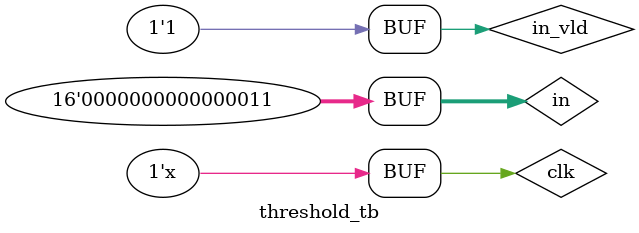
<source format=v>
`timescale 1ns / 1ps

module threshold_tb(

    );
    parameter THRESHOLD_VALUE = 10;
    parameter NUMBER_WIDTH = 16;
    
    reg clk;
    reg  [NUMBER_WIDTH-1: 0] in;
    reg  in_vld;
    wire out;
    
    threshold threshold1(
            .clk(clk),
            .input_number(in),
            .output_signal(out),
            .input_valid(in_vld)
    );
    
    initial begin
        clk = 0;
        in = 5;
        in_vld = 1;
        #20 in = 7;
        #20 in = 30;
        #20 in = 40;
        #20 in = 3;
    end
    always
        #10 clk = ~clk;
endmodule

</source>
